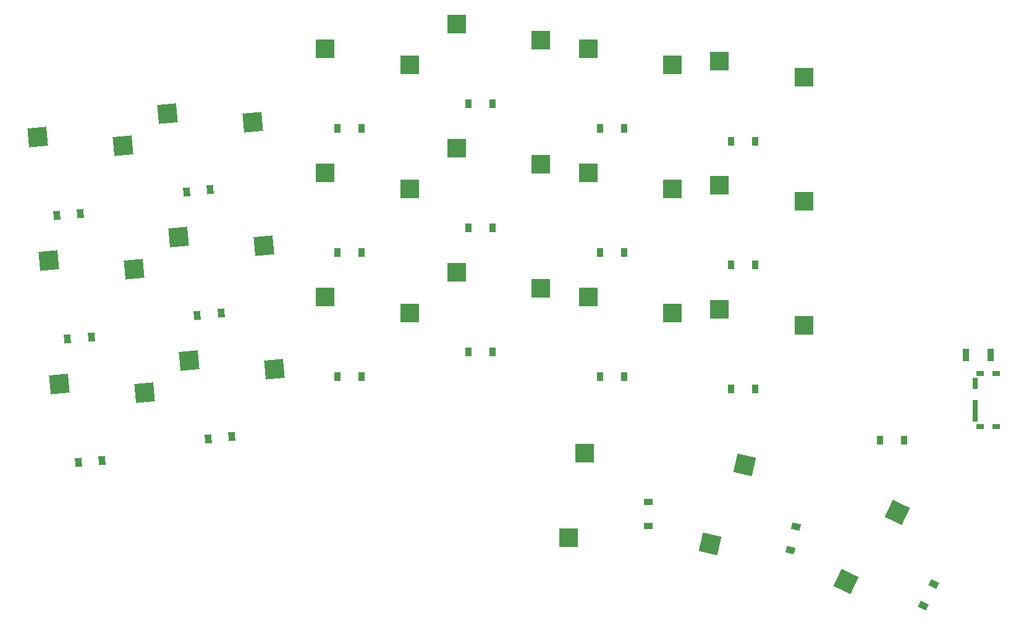
<source format=gbr>
%TF.GenerationSoftware,KiCad,Pcbnew,(6.0.6)*%
%TF.CreationDate,2022-07-14T02:02:08+02:00*%
%TF.ProjectId,main_wired2,6d61696e-5f77-4697-9265-64322e6b6963,v1.0.0*%
%TF.SameCoordinates,Original*%
%TF.FileFunction,Paste,Bot*%
%TF.FilePolarity,Positive*%
%FSLAX46Y46*%
G04 Gerber Fmt 4.6, Leading zero omitted, Abs format (unit mm)*
G04 Created by KiCad (PCBNEW (6.0.6)) date 2022-07-14 02:02:08*
%MOMM*%
%LPD*%
G01*
G04 APERTURE LIST*
G04 Aperture macros list*
%AMRotRect*
0 Rectangle, with rotation*
0 The origin of the aperture is its center*
0 $1 length*
0 $2 width*
0 $3 Rotation angle, in degrees counterclockwise*
0 Add horizontal line*
21,1,$1,$2,0,0,$3*%
G04 Aperture macros list end*
%ADD10RotRect,0.900000X1.200000X64.000000*%
%ADD11R,0.900000X1.200000*%
%ADD12RotRect,2.600000X2.600000X77.000000*%
%ADD13RotRect,0.900000X1.200000X5.000000*%
%ADD14RotRect,2.600000X2.600000X64.000000*%
%ADD15R,2.600000X2.600000*%
%ADD16R,1.200000X0.900000*%
%ADD17RotRect,2.600000X2.600000X5.000000*%
%ADD18R,0.900000X1.700000*%
%ADD19R,1.000000X0.800000*%
%ADD20R,0.700000X1.500000*%
%ADD21RotRect,0.900000X1.200000X77.000000*%
G04 APERTURE END LIST*
D10*
%TO.C,D21*%
X124446301Y-22894514D03*
X125892925Y-19928494D03*
%TD*%
D11*
%TO.C,D12*%
X62177819Y45911938D03*
X65477819Y45911938D03*
%TD*%
D12*
%TO.C,S20*%
X95226326Y-14393386D03*
X99968125Y-3634304D03*
%TD*%
D13*
%TO.C,D6*%
X23520780Y33845128D03*
X26808222Y34132742D03*
%TD*%
D11*
%TO.C,D9*%
X44177820Y42511937D03*
X47477820Y42511937D03*
%TD*%
D14*
%TO.C,S21*%
X113892152Y-19554893D03*
X120932686Y-10138238D03*
%TD*%
D11*
%TO.C,D14*%
X80177820Y25511940D03*
X83477820Y25511940D03*
%TD*%
D15*
%TO.C,S12*%
X60552818Y56861937D03*
X72102818Y54661937D03*
%TD*%
%TO.C,S18*%
X96552820Y51761940D03*
X108102820Y49561940D03*
%TD*%
D16*
%TO.C,D19*%
X86827818Y-11938061D03*
X86827818Y-8638061D03*
%TD*%
D13*
%TO.C,D3*%
X5737440Y30582789D03*
X9024882Y30870403D03*
%TD*%
D17*
%TO.C,S2*%
X4645916Y24414182D03*
X16343707Y23229203D03*
%TD*%
D15*
%TO.C,S9*%
X42552820Y53461938D03*
X54102820Y51261938D03*
%TD*%
D13*
%TO.C,D4*%
X26484075Y-25495D03*
X29771517Y262119D03*
%TD*%
D18*
%TO.C,*%
X130327819Y11511938D03*
X133727819Y11511938D03*
%TD*%
D17*
%TO.C,S6*%
X20947607Y44611831D03*
X32645398Y43426852D03*
%TD*%
D11*
%TO.C,D22*%
X118577820Y-188061D03*
X121877820Y-188061D03*
%TD*%
D17*
%TO.C,S1*%
X6127566Y7478871D03*
X17825357Y6293892D03*
%TD*%
D11*
%TO.C,D11*%
X62177817Y28911940D03*
X65477817Y28911940D03*
%TD*%
D17*
%TO.C,S4*%
X23910901Y10741209D03*
X35608692Y9556230D03*
%TD*%
D11*
%TO.C,D15*%
X80177819Y42511939D03*
X83477819Y42511939D03*
%TD*%
D13*
%TO.C,D5*%
X25002427Y16909819D03*
X28289869Y17197433D03*
%TD*%
D11*
%TO.C,D17*%
X98177819Y23811936D03*
X101477819Y23811936D03*
%TD*%
%TO.C,D8*%
X44177818Y25511938D03*
X47477818Y25511938D03*
%TD*%
%TO.C,D16*%
X98177820Y6811937D03*
X101477820Y6811937D03*
%TD*%
D15*
%TO.C,S8*%
X42552817Y36461940D03*
X54102817Y34261940D03*
%TD*%
%TO.C,S17*%
X96552820Y34761939D03*
X108102820Y32561939D03*
%TD*%
D19*
%TO.C,*%
X134457821Y8961939D03*
X132247821Y8961939D03*
X132247821Y1661939D03*
X134457821Y1661939D03*
D20*
X131597821Y7561939D03*
X131597821Y4561939D03*
X131597821Y3061939D03*
%TD*%
D11*
%TO.C,D10*%
X62177817Y11911938D03*
X65477817Y11911938D03*
%TD*%
D15*
%TO.C,S11*%
X60552819Y39861939D03*
X72102819Y37661939D03*
%TD*%
%TO.C,S16*%
X96552820Y17761938D03*
X108102820Y15561938D03*
%TD*%
%TO.C,S19*%
X75877821Y-13563060D03*
X78077821Y-2013060D03*
%TD*%
D13*
%TO.C,D2*%
X7219088Y13647483D03*
X10506530Y13935097D03*
%TD*%
D17*
%TO.C,S5*%
X22429257Y27676516D03*
X34127048Y26491537D03*
%TD*%
D11*
%TO.C,D18*%
X98177818Y40811939D03*
X101477818Y40811939D03*
%TD*%
D15*
%TO.C,S14*%
X78552819Y36461935D03*
X90102819Y34261935D03*
%TD*%
D11*
%TO.C,D7*%
X44177821Y8511938D03*
X47477821Y8511938D03*
%TD*%
%TO.C,D13*%
X80177821Y8511940D03*
X83477821Y8511940D03*
%TD*%
D15*
%TO.C,S15*%
X78552820Y53461935D03*
X90102820Y51261935D03*
%TD*%
%TO.C,S10*%
X60552818Y22861938D03*
X72102818Y20661938D03*
%TD*%
D21*
%TO.C,D20*%
X106261224Y-15273249D03*
X107003562Y-12057827D03*
%TD*%
D15*
%TO.C,S13*%
X78552818Y19461937D03*
X90102818Y17261937D03*
%TD*%
%TO.C,S7*%
X42552817Y19461941D03*
X54102817Y17261941D03*
%TD*%
D13*
%TO.C,D1*%
X8700736Y-3287828D03*
X11988178Y-3000214D03*
%TD*%
D17*
%TO.C,S3*%
X3164269Y41349494D03*
X14862060Y40164515D03*
%TD*%
M02*

</source>
